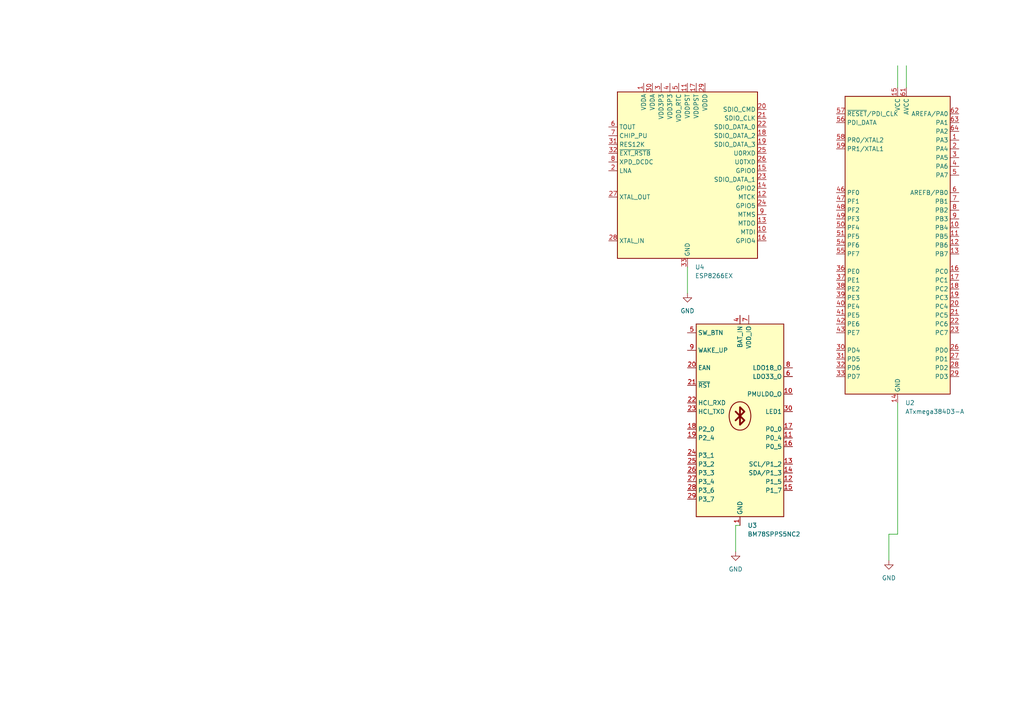
<source format=kicad_sch>
(kicad_sch (version 20230121) (generator eeschema)
  (paper "A4")
  (lib_symbols
    (symbol "MCU_Espressif:ESP8266EX"
      (property "Reference" "U" (at 0 2.54 0))
      (property "Value" "ESP8266EX" (at 0 -2.54 0))
      (symbol "ESP8266EX_0_1"
        (rectangle (start -20.32 22.86) (end 20.32 -25.4) (stroke (width 0.254)) (fill (type background)))
      )
      (symbol "ESP8266EX_1_1"
        (pin power_in line (at -12.7 25.4 270) (length 2.54) (name "VDDA") (number "1"))
        (pin bidirectional line (at 22.86 -17.78 180) (length 2.54) (name "MTDI") (number "10"))
        (pin power_in line (at 0 25.4 270) (length 2.54) (name "VDDPST") (number "11"))
        (pin bidirectional line (at 22.86 -7.62 180) (length 2.54) (name "MTCK") (number "12"))
        (pin bidirectional line (at 22.86 -15.24 180) (length 2.54) (name "MTDO") (number "13"))
        (pin bidirectional line (at 22.86 -5.08 180) (length 2.54) (name "GPIO2") (number "14"))
        (pin bidirectional line (at 22.86 0 180) (length 2.54) (name "GPIO0") (number "15"))
        (pin bidirectional line (at 22.86 -20.32 180) (length 2.54) (name "GPIO4") (number "16"))
        (pin power_in line (at 2.54 25.4 270) (length 2.54) (name "VDDPST") (number "17"))
        (pin bidirectional line (at 22.86 10.16 180) (length 2.54) (name "SDIO_DATA_2") (number "18"))
        (pin bidirectional line (at 22.86 7.62 180) (length 2.54) (name "SDIO_DATA_3") (number "19"))
        (pin bidirectional line (at -22.86 0 0) (length 2.54) (name "LNA") (number "2"))
        (pin bidirectional line (at 22.86 17.78 180) (length 2.54) (name "SDIO_CMD") (number "20"))
        (pin bidirectional line (at 22.86 15.24 180) (length 2.54) (name "SDIO_CLK") (number "21"))
        (pin bidirectional line (at 22.86 12.7 180) (length 2.54) (name "SDIO_DATA_0") (number "22"))
        (pin bidirectional line (at 22.86 -2.54 180) (length 2.54) (name "SDIO_DATA_1") (number "23"))
        (pin bidirectional line (at 22.86 -10.16 180) (length 2.54) (name "GPIO5") (number "24"))
        (pin bidirectional line (at 22.86 5.08 180) (length 2.54) (name "U0RXD") (number "25"))
        (pin bidirectional line (at 22.86 2.54 180) (length 2.54) (name "U0TXD") (number "26"))
        (pin bidirectional line (at -22.86 -7.62 0) (length 2.54) (name "XTAL_OUT") (number "27"))
        (pin bidirectional line (at -22.86 -20.32 0) (length 2.54) (name "XTAL_IN") (number "28"))
        (pin power_in line (at 5.08 25.4 270) (length 2.54) (name "VDDD") (number "29"))
        (pin power_in line (at -7.62 25.4 270) (length 2.54) (name "VDD3P3") (number "3"))
        (pin power_in line (at -10.16 25.4 270) (length 2.54) (name "VDDA") (number "30"))
        (pin input line (at -22.86 7.62 0) (length 2.54) (name "RES12K") (number "31"))
        (pin input line (at -22.86 5.08 0) (length 2.54) (name "~{EXT_RSTB}") (number "32"))
        (pin power_in line (at 0 -27.94 90) (length 2.54) (name "GND") (number "33"))
        (pin power_in line (at -5.08 25.4 270) (length 2.54) (name "VDD3P3") (number "4"))
        (pin power_in line (at -2.54 25.4 270) (length 2.54) (name "VDD_RTC") (number "5"))
        (pin input line (at -22.86 12.7 0) (length 2.54) (name "TOUT") (number "6"))
        (pin input line (at -22.86 10.16 0) (length 2.54) (name "CHIP_PU") (number "7"))
        (pin bidirectional line (at -22.86 2.54 0) (length 2.54) (name "XPD_DCDC") (number "8"))
        (pin bidirectional line (at 22.86 -12.7 180) (length 2.54) (name "MTMS") (number "9"))
      )
    )
    (symbol "MCU_Microchip_ATmega:ATxmega384D3-A"
      (property "Reference" "U" (at -15.24 44.45 0))
      (property "Value" "ATxmega384D3-A" (at 2.54 -44.45 0))
      (symbol "ATxmega384D3-A_0_1"
        (rectangle (start -15.24 -43.18) (end 15.24 43.18) (stroke (width 0.254)) (fill (type background)))
      )
      (symbol "ATxmega384D3-A_1_1"
        (pin bidirectional line (at 17.78 30.48 180) (length 2.54) (name "PA3") (number "1"))
        (pin bidirectional line (at 17.78 5.08 180) (length 2.54) (name "PB4") (number "10"))
        (pin bidirectional line (at 17.78 2.54 180) (length 2.54) (name "PB5") (number "11"))
        (pin bidirectional line (at 17.78 0 180) (length 2.54) (name "PB6") (number "12"))
        (pin bidirectional line (at 17.78 -2.54 180) (length 2.54) (name "PB7") (number "13"))
        (pin power_in line (at 0 -45.72 90) (length 2.54) (name "GND") (number "14"))
        (pin power_in line (at 0 45.72 270) (length 2.54) (name "VCC") (number "15"))
        (pin bidirectional line (at 17.78 -7.62 180) (length 2.54) (name "PC0") (number "16"))
        (pin bidirectional line (at 17.78 -10.16 180) (length 2.54) (name "PC1") (number "17"))
        (pin bidirectional line (at 17.78 -12.7 180) (length 2.54) (name "PC2") (number "18"))
        (pin bidirectional line (at 17.78 -15.24 180) (length 2.54) (name "PC3") (number "19"))
        (pin bidirectional line (at 17.78 27.94 180) (length 2.54) (name "PA4") (number "2"))
        (pin bidirectional line (at 17.78 -17.78 180) (length 2.54) (name "PC4") (number "20"))
        (pin bidirectional line (at 17.78 -20.32 180) (length 2.54) (name "PC5") (number "21"))
        (pin bidirectional line (at 17.78 -22.86 180) (length 2.54) (name "PC6") (number "22"))
        (pin bidirectional line (at 17.78 -25.4 180) (length 2.54) (name "PC7") (number "23"))
        (pin passive line (at 0 -45.72 90) (length 2.54) hide (name "GND") (number "24"))
        (pin passive line (at 0 45.72 270) (length 2.54) hide (name "VCC") (number "25"))
        (pin bidirectional line (at 17.78 -30.48 180) (length 2.54) (name "PD0") (number "26"))
        (pin bidirectional line (at 17.78 -33.02 180) (length 2.54) (name "PD1") (number "27"))
        (pin bidirectional line (at 17.78 -35.56 180) (length 2.54) (name "PD2") (number "28"))
        (pin bidirectional line (at 17.78 -38.1 180) (length 2.54) (name "PD3") (number "29"))
        (pin bidirectional line (at 17.78 25.4 180) (length 2.54) (name "PA5") (number "3"))
        (pin bidirectional line (at -17.78 -30.48 0) (length 2.54) (name "PD4") (number "30"))
        (pin bidirectional line (at -17.78 -33.02 0) (length 2.54) (name "PD5") (number "31"))
        (pin bidirectional line (at -17.78 -35.56 0) (length 2.54) (name "PD6") (number "32"))
        (pin bidirectional line (at -17.78 -38.1 0) (length 2.54) (name "PD7") (number "33"))
        (pin passive line (at 0 -45.72 90) (length 2.54) hide (name "GND") (number "34"))
        (pin passive line (at 0 45.72 270) (length 2.54) hide (name "VCC") (number "35"))
        (pin bidirectional line (at -17.78 -7.62 0) (length 2.54) (name "PE0") (number "36"))
        (pin bidirectional line (at -17.78 -10.16 0) (length 2.54) (name "PE1") (number "37"))
        (pin bidirectional line (at -17.78 -12.7 0) (length 2.54) (name "PE2") (number "38"))
        (pin bidirectional line (at -17.78 -15.24 0) (length 2.54) (name "PE3") (number "39"))
        (pin bidirectional line (at 17.78 22.86 180) (length 2.54) (name "PA6") (number "4"))
        (pin bidirectional line (at -17.78 -17.78 0) (length 2.54) (name "PE4") (number "40"))
        (pin bidirectional line (at -17.78 -20.32 0) (length 2.54) (name "PE5") (number "41"))
        (pin bidirectional line (at -17.78 -22.86 0) (length 2.54) (name "PE6") (number "42"))
        (pin bidirectional line (at -17.78 -25.4 0) (length 2.54) (name "PE7") (number "43"))
        (pin passive line (at 0 -45.72 90) (length 2.54) hide (name "GND") (number "44"))
        (pin passive line (at 0 45.72 270) (length 2.54) hide (name "VCC") (number "45"))
        (pin bidirectional line (at -17.78 15.24 0) (length 2.54) (name "PF0") (number "46"))
        (pin bidirectional line (at -17.78 12.7 0) (length 2.54) (name "PF1") (number "47"))
        (pin bidirectional line (at -17.78 10.16 0) (length 2.54) (name "PF2") (number "48"))
        (pin bidirectional line (at -17.78 7.62 0) (length 2.54) (name "PF3") (number "49"))
        (pin bidirectional line (at 17.78 20.32 180) (length 2.54) (name "PA7") (number "5"))
        (pin bidirectional line (at -17.78 5.08 0) (length 2.54) (name "PF4") (number "50"))
        (pin bidirectional line (at -17.78 2.54 0) (length 2.54) (name "PF5") (number "51"))
        (pin passive line (at 0 -45.72 90) (length 2.54) hide (name "GND") (number "52"))
        (pin passive line (at 0 45.72 270) (length 2.54) hide (name "VCC") (number "53"))
        (pin bidirectional line (at -17.78 0 0) (length 2.54) (name "PF6") (number "54"))
        (pin bidirectional line (at -17.78 -2.54 0) (length 2.54) (name "PF7") (number "55"))
        (pin bidirectional line (at -17.78 35.56 0) (length 2.54) (name "PDI_DATA") (number "56"))
        (pin input line (at -17.78 38.1 0) (length 2.54) (name "~{RESET}/PDI_CLK") (number "57"))
        (pin bidirectional line (at -17.78 30.48 0) (length 2.54) (name "PR0/XTAL2") (number "58"))
        (pin bidirectional line (at -17.78 27.94 0) (length 2.54) (name "PR1/XTAL1") (number "59"))
        (pin bidirectional line (at 17.78 15.24 180) (length 2.54) (name "AREFB/PB0") (number "6"))
        (pin passive line (at 0 -45.72 90) (length 2.54) hide (name "GND") (number "60"))
        (pin power_in line (at 2.54 45.72 270) (length 2.54) (name "AVCC") (number "61"))
        (pin bidirectional line (at 17.78 38.1 180) (length 2.54) (name "AREFA/PA0") (number "62"))
        (pin bidirectional line (at 17.78 35.56 180) (length 2.54) (name "PA1") (number "63"))
        (pin bidirectional line (at 17.78 33.02 180) (length 2.54) (name "PA2") (number "64"))
        (pin bidirectional line (at 17.78 12.7 180) (length 2.54) (name "PB1") (number "7"))
        (pin bidirectional line (at 17.78 10.16 180) (length 2.54) (name "PB2") (number "8"))
        (pin bidirectional line (at 17.78 7.62 180) (length 2.54) (name "PB3") (number "9"))
      )
    )
    (symbol "RF_Bluetooth:BM78SPPS5NC2"
      (property "Reference" "U" (at -12.7 29.21 0))
      (property "Value" "BM78SPPS5NC2" (at 1.27 -29.21 0))
      (symbol "BM78SPPS5NC2_0_1"
        (rectangle (start -12.7 27.94) (end 12.7 -27.94) (stroke (width 0.254)) (fill (type background)))
        (arc (start -2.54 -1.27) (mid 0 -2.8398) (end 2.54 -1.27) (stroke (width 0.254)) (fill (type background)))
        (arc (start -2.54 3.81) (mid -3.1396 1.27) (end -2.54 -1.27) (stroke (width 0.254)) (fill (type background)))
        (polyline (pts (xy 0 1.27) (xy -1.27 0)) (stroke (width 0.508)))
        (polyline (pts (xy 0 1.27) (xy -1.27 2.54)) (stroke (width 0.508)))
        (polyline (pts (xy 0 3.81) (xy 1.27 2.54) (xy 0 1.27) (xy 1.27 0) (xy 0 -1.27) (xy 0 3.81)) (stroke (width 0.508)))
        (arc (start 2.54 -1.27) (mid 3.1396 1.27) (end 2.54 3.81) (stroke (width 0.254)) (fill (type background)))
        (arc (start 2.54 3.81) (mid 0 5.3798) (end -2.54 3.81) (stroke (width 0.254)) (fill (type background)))
      )
      (symbol "BM78SPPS5NC2_1_1"
        (pin power_in line (at 0 -30.48 90) (length 2.54) (name "GND") (number "1"))
        (pin passive line (at 15.24 7.62 180) (length 2.54) (name "PMULDO_O") (number "10"))
        (pin output line (at 15.24 -5.08 180) (length 2.54) (name "P0_4") (number "11"))
        (pin output line (at 15.24 -17.78 180) (length 2.54) (name "P1_5") (number "12"))
        (pin output line (at 15.24 -12.7 180) (length 2.54) (name "SCL/P1_2") (number "13"))
        (pin bidirectional line (at 15.24 -15.24 180) (length 2.54) (name "SDA/P1_3") (number "14"))
        (pin bidirectional line (at 15.24 -20.32 180) (length 2.54) (name "P1_7") (number "15"))
        (pin bidirectional line (at 15.24 -7.62 180) (length 2.54) (name "P0_5") (number "16"))
        (pin bidirectional line (at 15.24 -2.54 180) (length 2.54) (name "P0_0") (number "17"))
        (pin input line (at -15.24 -2.54 0) (length 2.54) (name "P2_0") (number "18"))
        (pin input line (at -15.24 -5.08 0) (length 2.54) (name "P2_4") (number "19"))
        (pin passive line (at 0 -30.48 90) (length 2.54) hide (name "GND") (number "2"))
        (pin input line (at -15.24 15.24 0) (length 2.54) (name "EAN") (number "20"))
        (pin input line (at -15.24 10.16 0) (length 2.54) (name "~{RST}") (number "21"))
        (pin input line (at -15.24 5.08 0) (length 2.54) (name "HCI_RXD") (number "22"))
        (pin output line (at -15.24 2.54 0) (length 2.54) (name "HCI_TXD") (number "23"))
        (pin bidirectional line (at -15.24 -10.16 0) (length 2.54) (name "P3_1") (number "24"))
        (pin bidirectional line (at -15.24 -12.7 0) (length 2.54) (name "P3_2") (number "25"))
        (pin bidirectional line (at -15.24 -15.24 0) (length 2.54) (name "P3_3") (number "26"))
        (pin bidirectional line (at -15.24 -17.78 0) (length 2.54) (name "P3_4") (number "27"))
        (pin bidirectional line (at -15.24 -20.32 0) (length 2.54) (name "P3_6") (number "28"))
        (pin bidirectional line (at -15.24 -22.86 0) (length 2.54) (name "P3_7") (number "29"))
        (pin passive line (at 0 -30.48 90) (length 2.54) hide (name "GND") (number "3"))
        (pin output line (at 15.24 2.54 180) (length 2.54) (name "LED1") (number "30"))
        (pin passive line (at 0 -30.48 90) (length 2.54) hide (name "GND") (number "31"))
        (pin passive line (at 0 -30.48 90) (length 2.54) hide (name "GND") (number "32"))
        (pin passive line (at 0 -30.48 90) (length 2.54) hide (name "GND") (number "33"))
        (pin power_in line (at 0 30.48 270) (length 2.54) (name "BAT_IN") (number "4"))
        (pin input line (at -15.24 25.4 0) (length 2.54) (name "SW_BTN") (number "5"))
        (pin power_out line (at 15.24 12.7 180) (length 2.54) (name "LDO33_O") (number "6"))
        (pin power_in line (at 2.54 30.48 270) (length 2.54) (name "VDD_IO") (number "7"))
        (pin power_out line (at 15.24 15.24 180) (length 2.54) (name "LDO18_O") (number "8"))
        (pin input line (at -15.24 20.32 0) (length 2.54) (name "WAKE_UP") (number "9"))
      )
    )
    (symbol "power:GND" (power) (pin_names (offset 0))
      (property "Value" "GND" (at 0 -3.81 0))
      (symbol "GND_0_1"
        (polyline (pts (xy 0 0) (xy 0 -1.27) (xy 1.27 -1.27) (xy 0 -2.54) (xy -1.27 -1.27) (xy 0 -1.27)))
      )
      (symbol "GND_1_1"
        (pin power_in line (at 0 0 270) (length 0) hide (name "GND") (number "1"))
      )
    )
  )
  (wire (pts (xy 213.36 152.4) (xy 213.36 160.02)))
  (wire (pts (xy 260.35 154.94) (xy 257.81 154.94)))
  (wire (pts (xy 260.35 116.84) (xy 260.35 154.94)))
  (wire (pts (xy 199.39 77.47) (xy 199.39 85.09)))
  (wire (pts (xy 257.81 154.94) (xy 257.81 162.56)))
  (wire (pts (xy 262.89 19.05) (xy 262.89 25.4)))
  (wire (pts (xy 260.35 19.05) (xy 260.35 25.4)))
  (wire (pts (xy 214.63 152.4) (xy 213.36 152.4)))
  (symbol (lib_id "MCU_Espressif:ESP8266EX") (at 199.39 49.53 0) (unit 1)
    (property "Reference" "U4" (at 201.5841 77.47 0) (effects (justify left)))
    (property "Value" "ESP8266EX" (at 201.5841 80.01 0) (effects (justify left)))
    (property "Footprint" "Package_DFN_QFN:QFN-32-1EP_5x5mm_P0.5mm_EP3.45x3.45mm" (effects hide))
    (property "Datasheet" "http://espressif.com/sites/default/files/documentation/0a-esp8266ex_datasheet_en.pdf" (effects hide))
  )
  (symbol (lib_id "power:GND") (at 257.81 162.56 0) (unit 1)
    (property "Reference" "#PWR07" (effects hide))
    (property "Value" "GND" (at 257.81 167.64 0))
  )
  (symbol (lib_id "RF_Bluetooth:BM78SPPS5NC2") (at 214.63 121.92 0) (unit 1)
    (property "Reference" "U3" (at 216.8241 152.4 0) (effects (justify left)))
    (property "Value" "BM78SPPS5NC2" (at 216.8241 154.94 0) (effects (justify left)))
    (property "Footprint" "RF_Module:BM78SPPS5XC2" (effects hide))
    (property "Datasheet" "http://ww1.microchip.com/downloads/en/DeviceDoc/60001380C.pdf" (effects hide))
  )
  (symbol (lib_id "MCU_Microchip_ATmega:ATxmega384D3-A") (at 260.35 71.12 0) (unit 1)
    (property "Reference" "U2" (at 262.5441 116.84 0) (effects (justify left)))
    (property "Value" "ATxmega384D3-A" (at 262.5441 119.38 0) (effects (justify left)))
    (property "Footprint" "Package_QFP:TQFP-64_14x14mm_P0.8mm" (effects hide))
    (property "Datasheet" "http://ww1.microchip.com/downloads/en/DeviceDoc/Atmel-8134-8-16-bit-Atmel-XMEGA-D3-Microcontroller_Datasheet.pdf" (effects hide))
  )
  (symbol (lib_id "power:GND") (at 213.36 160.02 0) (unit 1)
    (property "Reference" "#PWR08" (effects hide))
    (property "Value" "GND" (at 213.36 165.1 0))
  )
  (symbol (lib_id "power:GND") (at 199.39 85.09 0) (unit 1)
    (property "Reference" "#PWR09" (effects hide))
    (property "Value" "GND" (at 199.39 90.17 0))
  )
)
</source>
